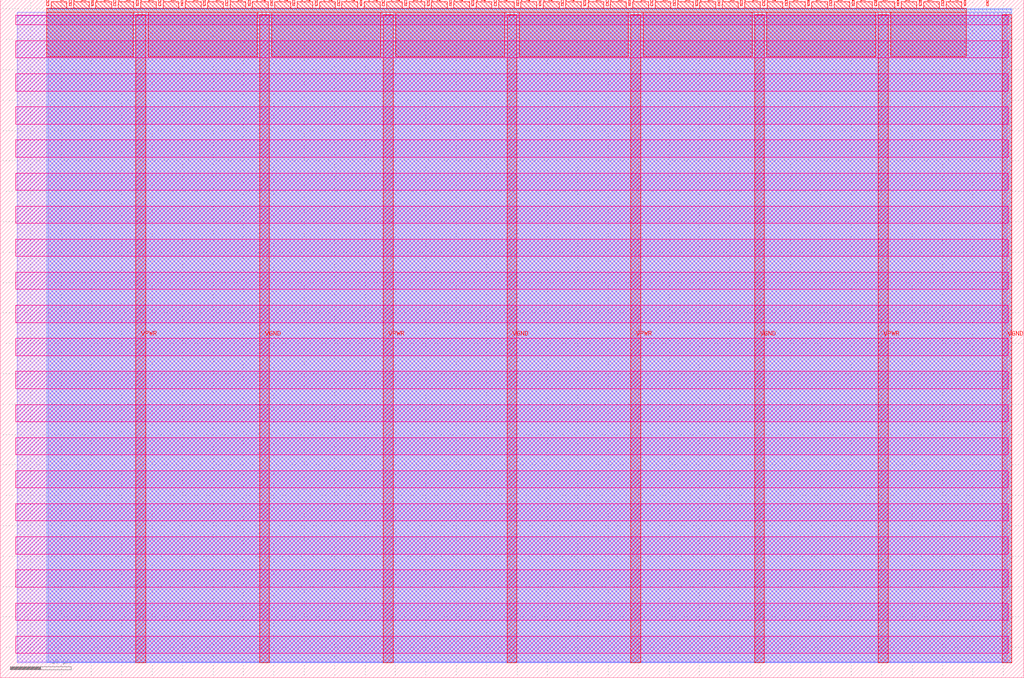
<source format=lef>
VERSION 5.7 ;
  NOWIREEXTENSIONATPIN ON ;
  DIVIDERCHAR "/" ;
  BUSBITCHARS "[]" ;
MACRO tt_um_alu
  CLASS BLOCK ;
  FOREIGN tt_um_alu ;
  ORIGIN 0.000 0.000 ;
  SIZE 168.360 BY 111.520 ;
  PIN VGND
    DIRECTION INOUT ;
    USE GROUND ;
    PORT
      LAYER met4 ;
        RECT 42.670 2.480 44.270 109.040 ;
    END
    PORT
      LAYER met4 ;
        RECT 83.380 2.480 84.980 109.040 ;
    END
    PORT
      LAYER met4 ;
        RECT 124.090 2.480 125.690 109.040 ;
    END
    PORT
      LAYER met4 ;
        RECT 164.800 2.480 166.400 109.040 ;
    END
  END VGND
  PIN VPWR
    DIRECTION INOUT ;
    USE POWER ;
    PORT
      LAYER met4 ;
        RECT 22.315 2.480 23.915 109.040 ;
    END
    PORT
      LAYER met4 ;
        RECT 63.025 2.480 64.625 109.040 ;
    END
    PORT
      LAYER met4 ;
        RECT 103.735 2.480 105.335 109.040 ;
    END
    PORT
      LAYER met4 ;
        RECT 144.445 2.480 146.045 109.040 ;
    END
  END VPWR
  PIN clk
    DIRECTION INPUT ;
    USE SIGNAL ;
    ANTENNAGATEAREA 0.852000 ;
    PORT
      LAYER met4 ;
        RECT 158.550 110.520 158.850 111.520 ;
    END
  END clk
  PIN ena
    DIRECTION INPUT ;
    USE SIGNAL ;
    PORT
      LAYER met4 ;
        RECT 162.230 110.520 162.530 111.520 ;
    END
  END ena
  PIN rst_n
    DIRECTION INPUT ;
    USE SIGNAL ;
    PORT
      LAYER met4 ;
        RECT 154.870 110.520 155.170 111.520 ;
    END
  END rst_n
  PIN ui_in[0]
    DIRECTION INPUT ;
    USE SIGNAL ;
    ANTENNAGATEAREA 0.159000 ;
    PORT
      LAYER met4 ;
        RECT 151.190 110.520 151.490 111.520 ;
    END
  END ui_in[0]
  PIN ui_in[1]
    DIRECTION INPUT ;
    USE SIGNAL ;
    ANTENNAGATEAREA 0.196500 ;
    PORT
      LAYER met4 ;
        RECT 147.510 110.520 147.810 111.520 ;
    END
  END ui_in[1]
  PIN ui_in[2]
    DIRECTION INPUT ;
    USE SIGNAL ;
    ANTENNAGATEAREA 0.196500 ;
    PORT
      LAYER met4 ;
        RECT 143.830 110.520 144.130 111.520 ;
    END
  END ui_in[2]
  PIN ui_in[3]
    DIRECTION INPUT ;
    USE SIGNAL ;
    ANTENNAGATEAREA 0.213000 ;
    PORT
      LAYER met4 ;
        RECT 140.150 110.520 140.450 111.520 ;
    END
  END ui_in[3]
  PIN ui_in[4]
    DIRECTION INPUT ;
    USE SIGNAL ;
    ANTENNAGATEAREA 0.213000 ;
    PORT
      LAYER met4 ;
        RECT 136.470 110.520 136.770 111.520 ;
    END
  END ui_in[4]
  PIN ui_in[5]
    DIRECTION INPUT ;
    USE SIGNAL ;
    ANTENNAGATEAREA 0.196500 ;
    PORT
      LAYER met4 ;
        RECT 132.790 110.520 133.090 111.520 ;
    END
  END ui_in[5]
  PIN ui_in[6]
    DIRECTION INPUT ;
    USE SIGNAL ;
    ANTENNAGATEAREA 0.213000 ;
    PORT
      LAYER met4 ;
        RECT 129.110 110.520 129.410 111.520 ;
    END
  END ui_in[6]
  PIN ui_in[7]
    DIRECTION INPUT ;
    USE SIGNAL ;
    ANTENNAGATEAREA 0.126000 ;
    PORT
      LAYER met4 ;
        RECT 125.430 110.520 125.730 111.520 ;
    END
  END ui_in[7]
  PIN uio_in[0]
    DIRECTION INPUT ;
    USE SIGNAL ;
    ANTENNAGATEAREA 0.196500 ;
    PORT
      LAYER met4 ;
        RECT 121.750 110.520 122.050 111.520 ;
    END
  END uio_in[0]
  PIN uio_in[1]
    DIRECTION INPUT ;
    USE SIGNAL ;
    ANTENNAGATEAREA 0.213000 ;
    PORT
      LAYER met4 ;
        RECT 118.070 110.520 118.370 111.520 ;
    END
  END uio_in[1]
  PIN uio_in[2]
    DIRECTION INPUT ;
    USE SIGNAL ;
    ANTENNAGATEAREA 0.196500 ;
    PORT
      LAYER met4 ;
        RECT 114.390 110.520 114.690 111.520 ;
    END
  END uio_in[2]
  PIN uio_in[3]
    DIRECTION INPUT ;
    USE SIGNAL ;
    ANTENNAGATEAREA 0.196500 ;
    PORT
      LAYER met4 ;
        RECT 110.710 110.520 111.010 111.520 ;
    END
  END uio_in[3]
  PIN uio_in[4]
    DIRECTION INPUT ;
    USE SIGNAL ;
    ANTENNAGATEAREA 0.196500 ;
    PORT
      LAYER met4 ;
        RECT 107.030 110.520 107.330 111.520 ;
    END
  END uio_in[4]
  PIN uio_in[5]
    DIRECTION INPUT ;
    USE SIGNAL ;
    ANTENNAGATEAREA 0.196500 ;
    PORT
      LAYER met4 ;
        RECT 103.350 110.520 103.650 111.520 ;
    END
  END uio_in[5]
  PIN uio_in[6]
    DIRECTION INPUT ;
    USE SIGNAL ;
    ANTENNAGATEAREA 0.196500 ;
    PORT
      LAYER met4 ;
        RECT 99.670 110.520 99.970 111.520 ;
    END
  END uio_in[6]
  PIN uio_in[7]
    DIRECTION INPUT ;
    USE SIGNAL ;
    ANTENNAGATEAREA 0.196500 ;
    PORT
      LAYER met4 ;
        RECT 95.990 110.520 96.290 111.520 ;
    END
  END uio_in[7]
  PIN uio_oe[0]
    DIRECTION OUTPUT TRISTATE ;
    USE SIGNAL ;
    PORT
      LAYER met4 ;
        RECT 33.430 110.520 33.730 111.520 ;
    END
  END uio_oe[0]
  PIN uio_oe[1]
    DIRECTION OUTPUT TRISTATE ;
    USE SIGNAL ;
    PORT
      LAYER met4 ;
        RECT 29.750 110.520 30.050 111.520 ;
    END
  END uio_oe[1]
  PIN uio_oe[2]
    DIRECTION OUTPUT TRISTATE ;
    USE SIGNAL ;
    PORT
      LAYER met4 ;
        RECT 26.070 110.520 26.370 111.520 ;
    END
  END uio_oe[2]
  PIN uio_oe[3]
    DIRECTION OUTPUT TRISTATE ;
    USE SIGNAL ;
    PORT
      LAYER met4 ;
        RECT 22.390 110.520 22.690 111.520 ;
    END
  END uio_oe[3]
  PIN uio_oe[4]
    DIRECTION OUTPUT TRISTATE ;
    USE SIGNAL ;
    PORT
      LAYER met4 ;
        RECT 18.710 110.520 19.010 111.520 ;
    END
  END uio_oe[4]
  PIN uio_oe[5]
    DIRECTION OUTPUT TRISTATE ;
    USE SIGNAL ;
    PORT
      LAYER met4 ;
        RECT 15.030 110.520 15.330 111.520 ;
    END
  END uio_oe[5]
  PIN uio_oe[6]
    DIRECTION OUTPUT TRISTATE ;
    USE SIGNAL ;
    PORT
      LAYER met4 ;
        RECT 11.350 110.520 11.650 111.520 ;
    END
  END uio_oe[6]
  PIN uio_oe[7]
    DIRECTION OUTPUT TRISTATE ;
    USE SIGNAL ;
    PORT
      LAYER met4 ;
        RECT 7.670 110.520 7.970 111.520 ;
    END
  END uio_oe[7]
  PIN uio_out[0]
    DIRECTION OUTPUT TRISTATE ;
    USE SIGNAL ;
    PORT
      LAYER met4 ;
        RECT 62.870 110.520 63.170 111.520 ;
    END
  END uio_out[0]
  PIN uio_out[1]
    DIRECTION OUTPUT TRISTATE ;
    USE SIGNAL ;
    PORT
      LAYER met4 ;
        RECT 59.190 110.520 59.490 111.520 ;
    END
  END uio_out[1]
  PIN uio_out[2]
    DIRECTION OUTPUT TRISTATE ;
    USE SIGNAL ;
    PORT
      LAYER met4 ;
        RECT 55.510 110.520 55.810 111.520 ;
    END
  END uio_out[2]
  PIN uio_out[3]
    DIRECTION OUTPUT TRISTATE ;
    USE SIGNAL ;
    PORT
      LAYER met4 ;
        RECT 51.830 110.520 52.130 111.520 ;
    END
  END uio_out[3]
  PIN uio_out[4]
    DIRECTION OUTPUT TRISTATE ;
    USE SIGNAL ;
    PORT
      LAYER met4 ;
        RECT 48.150 110.520 48.450 111.520 ;
    END
  END uio_out[4]
  PIN uio_out[5]
    DIRECTION OUTPUT TRISTATE ;
    USE SIGNAL ;
    PORT
      LAYER met4 ;
        RECT 44.470 110.520 44.770 111.520 ;
    END
  END uio_out[5]
  PIN uio_out[6]
    DIRECTION OUTPUT TRISTATE ;
    USE SIGNAL ;
    PORT
      LAYER met4 ;
        RECT 40.790 110.520 41.090 111.520 ;
    END
  END uio_out[6]
  PIN uio_out[7]
    DIRECTION OUTPUT TRISTATE ;
    USE SIGNAL ;
    PORT
      LAYER met4 ;
        RECT 37.110 110.520 37.410 111.520 ;
    END
  END uio_out[7]
  PIN uo_out[0]
    DIRECTION OUTPUT TRISTATE ;
    USE SIGNAL ;
    ANTENNADIFFAREA 0.445500 ;
    PORT
      LAYER met4 ;
        RECT 92.310 110.520 92.610 111.520 ;
    END
  END uo_out[0]
  PIN uo_out[1]
    DIRECTION OUTPUT TRISTATE ;
    USE SIGNAL ;
    ANTENNADIFFAREA 0.445500 ;
    PORT
      LAYER met4 ;
        RECT 88.630 110.520 88.930 111.520 ;
    END
  END uo_out[1]
  PIN uo_out[2]
    DIRECTION OUTPUT TRISTATE ;
    USE SIGNAL ;
    ANTENNADIFFAREA 0.445500 ;
    PORT
      LAYER met4 ;
        RECT 84.950 110.520 85.250 111.520 ;
    END
  END uo_out[2]
  PIN uo_out[3]
    DIRECTION OUTPUT TRISTATE ;
    USE SIGNAL ;
    ANTENNADIFFAREA 0.445500 ;
    PORT
      LAYER met4 ;
        RECT 81.270 110.520 81.570 111.520 ;
    END
  END uo_out[3]
  PIN uo_out[4]
    DIRECTION OUTPUT TRISTATE ;
    USE SIGNAL ;
    ANTENNADIFFAREA 0.445500 ;
    PORT
      LAYER met4 ;
        RECT 77.590 110.520 77.890 111.520 ;
    END
  END uo_out[4]
  PIN uo_out[5]
    DIRECTION OUTPUT TRISTATE ;
    USE SIGNAL ;
    ANTENNADIFFAREA 0.445500 ;
    PORT
      LAYER met4 ;
        RECT 73.910 110.520 74.210 111.520 ;
    END
  END uo_out[5]
  PIN uo_out[6]
    DIRECTION OUTPUT TRISTATE ;
    USE SIGNAL ;
    ANTENNADIFFAREA 0.445500 ;
    PORT
      LAYER met4 ;
        RECT 70.230 110.520 70.530 111.520 ;
    END
  END uo_out[6]
  PIN uo_out[7]
    DIRECTION OUTPUT TRISTATE ;
    USE SIGNAL ;
    ANTENNADIFFAREA 0.445500 ;
    PORT
      LAYER met4 ;
        RECT 66.550 110.520 66.850 111.520 ;
    END
  END uo_out[7]
  OBS
      LAYER nwell ;
        RECT 2.570 107.385 165.790 108.990 ;
        RECT 2.570 101.945 165.790 104.775 ;
        RECT 2.570 96.505 165.790 99.335 ;
        RECT 2.570 91.065 165.790 93.895 ;
        RECT 2.570 85.625 165.790 88.455 ;
        RECT 2.570 80.185 165.790 83.015 ;
        RECT 2.570 74.745 165.790 77.575 ;
        RECT 2.570 69.305 165.790 72.135 ;
        RECT 2.570 63.865 165.790 66.695 ;
        RECT 2.570 58.425 165.790 61.255 ;
        RECT 2.570 52.985 165.790 55.815 ;
        RECT 2.570 47.545 165.790 50.375 ;
        RECT 2.570 42.105 165.790 44.935 ;
        RECT 2.570 36.665 165.790 39.495 ;
        RECT 2.570 31.225 165.790 34.055 ;
        RECT 2.570 25.785 165.790 28.615 ;
        RECT 2.570 20.345 165.790 23.175 ;
        RECT 2.570 14.905 165.790 17.735 ;
        RECT 2.570 9.465 165.790 12.295 ;
        RECT 2.570 4.025 165.790 6.855 ;
      LAYER li1 ;
        RECT 2.760 2.635 165.600 108.885 ;
      LAYER met1 ;
        RECT 2.760 2.480 166.400 109.440 ;
      LAYER met2 ;
        RECT 7.910 2.535 166.370 110.005 ;
      LAYER met3 ;
        RECT 7.630 2.555 166.390 109.985 ;
      LAYER met4 ;
        RECT 8.370 110.120 10.950 111.170 ;
        RECT 12.050 110.120 14.630 111.170 ;
        RECT 15.730 110.120 18.310 111.170 ;
        RECT 19.410 110.120 21.990 111.170 ;
        RECT 23.090 110.120 25.670 111.170 ;
        RECT 26.770 110.120 29.350 111.170 ;
        RECT 30.450 110.120 33.030 111.170 ;
        RECT 34.130 110.120 36.710 111.170 ;
        RECT 37.810 110.120 40.390 111.170 ;
        RECT 41.490 110.120 44.070 111.170 ;
        RECT 45.170 110.120 47.750 111.170 ;
        RECT 48.850 110.120 51.430 111.170 ;
        RECT 52.530 110.120 55.110 111.170 ;
        RECT 56.210 110.120 58.790 111.170 ;
        RECT 59.890 110.120 62.470 111.170 ;
        RECT 63.570 110.120 66.150 111.170 ;
        RECT 67.250 110.120 69.830 111.170 ;
        RECT 70.930 110.120 73.510 111.170 ;
        RECT 74.610 110.120 77.190 111.170 ;
        RECT 78.290 110.120 80.870 111.170 ;
        RECT 81.970 110.120 84.550 111.170 ;
        RECT 85.650 110.120 88.230 111.170 ;
        RECT 89.330 110.120 91.910 111.170 ;
        RECT 93.010 110.120 95.590 111.170 ;
        RECT 96.690 110.120 99.270 111.170 ;
        RECT 100.370 110.120 102.950 111.170 ;
        RECT 104.050 110.120 106.630 111.170 ;
        RECT 107.730 110.120 110.310 111.170 ;
        RECT 111.410 110.120 113.990 111.170 ;
        RECT 115.090 110.120 117.670 111.170 ;
        RECT 118.770 110.120 121.350 111.170 ;
        RECT 122.450 110.120 125.030 111.170 ;
        RECT 126.130 110.120 128.710 111.170 ;
        RECT 129.810 110.120 132.390 111.170 ;
        RECT 133.490 110.120 136.070 111.170 ;
        RECT 137.170 110.120 139.750 111.170 ;
        RECT 140.850 110.120 143.430 111.170 ;
        RECT 144.530 110.120 147.110 111.170 ;
        RECT 148.210 110.120 150.790 111.170 ;
        RECT 151.890 110.120 154.470 111.170 ;
        RECT 155.570 110.120 158.150 111.170 ;
        RECT 7.655 109.440 158.865 110.120 ;
        RECT 7.655 102.175 21.915 109.440 ;
        RECT 24.315 102.175 42.270 109.440 ;
        RECT 44.670 102.175 62.625 109.440 ;
        RECT 65.025 102.175 82.980 109.440 ;
        RECT 85.380 102.175 103.335 109.440 ;
        RECT 105.735 102.175 123.690 109.440 ;
        RECT 126.090 102.175 144.045 109.440 ;
        RECT 146.445 102.175 158.865 109.440 ;
  END
END tt_um_alu
END LIBRARY


</source>
